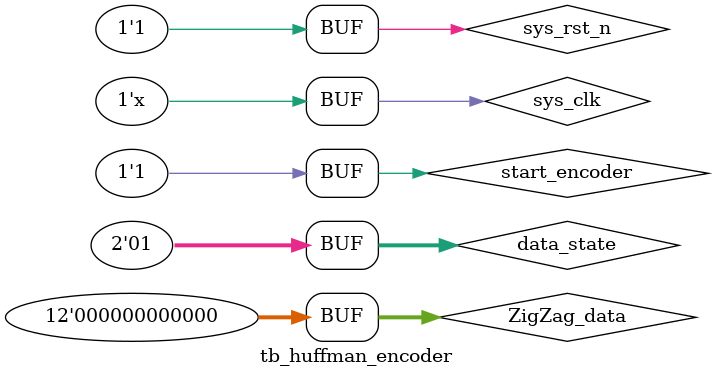
<source format=v>
`timescale 1ns/1ns
module tb_huffman_encoder();

reg                     sys_clk         ;
reg                     sys_rst_n       ;
reg     signed  [11:0]  ZigZag_data     ;
reg                     start_encoder   ;
reg             [1:0]   data_state      ;

wire            [7:0]   JPEG_data_o     ;
wire                    JPEG_data_en    ;
wire                    frame_en        ;

initial begin
    sys_clk=1'b1;
    sys_rst_n<=1'b0;
    #20
    sys_rst_n<=1'b1;
    start_encoder<=1'b1;
    data_state<=2'd1;
    ZigZag_data<=5;
    #20
    ZigZag_data<=-3;
    #20
    ZigZag_data<=2;
    #20
    ZigZag_data<=1;
    #20
    ZigZag_data<=-1;
    #20
    ZigZag_data<=1;
    #20
    ZigZag_data<=0;
    #20
    ZigZag_data<=0;
    #20
    ZigZag_data<=0;
    #20
    ZigZag_data<=0;
    #20
    ZigZag_data<=0;
    #20
    ZigZag_data<=0;
    #20
    ZigZag_data<=0;
    #20
    ZigZag_data<=0;
    #20
    ZigZag_data<=0;
    #20
    ZigZag_data<=0;
    #20
    ZigZag_data<=0;
    #20
    ZigZag_data<=0;
    #20
    ZigZag_data<=0;
    #20
    ZigZag_data<=0;
    #20
    ZigZag_data<=0;
    #20    
    ZigZag_data<=-1;
    #20
    ZigZag_data<=1;
    #820
    ZigZag_data<=10;
    #20
    ZigZag_data<=10;
    #20
    ZigZag_data<=1;
    #20
    ZigZag_data<=1;
    #20
    ZigZag_data<=1;
    #20
    ZigZag_data<=1;
    #20
    ZigZag_data<=1;
        #20
    ZigZag_data<=0;
end

always #10 sys_clk=~sys_clk ;

huffman_encoder     huffman_encoder_inst
(
    .sys_clk         (sys_clk),
    .sys_rst_n       (sys_rst_n),
    .ZigZag_data     (ZigZag_data),
    .start_encoder   (start_encoder),
    .data_state      (data_state),

    .JPEG_data_o     (JPEG_data_o),
    .JPEG_data_en    (JPEG_data_en),
    .frame_en       (frame_en)
);



endmodule
</source>
